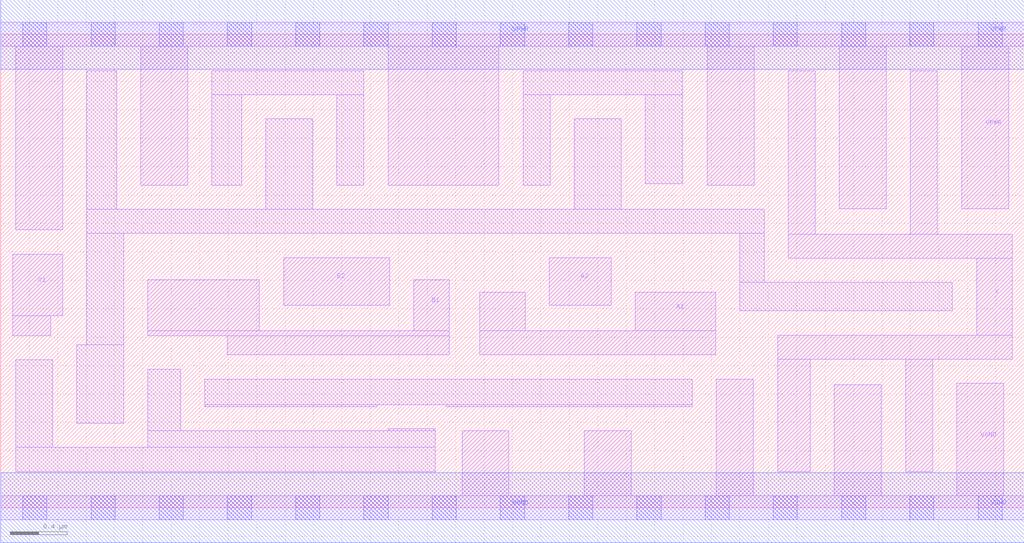
<source format=lef>
# Copyright 2020 The SkyWater PDK Authors
#
# Licensed under the Apache License, Version 2.0 (the "License");
# you may not use this file except in compliance with the License.
# You may obtain a copy of the License at
#
#     https://www.apache.org/licenses/LICENSE-2.0
#
# Unless required by applicable law or agreed to in writing, software
# distributed under the License is distributed on an "AS IS" BASIS,
# WITHOUT WARRANTIES OR CONDITIONS OF ANY KIND, either express or implied.
# See the License for the specific language governing permissions and
# limitations under the License.
#
# SPDX-License-Identifier: Apache-2.0

VERSION 5.7 ;
  NAMESCASESENSITIVE ON ;
  NOWIREEXTENSIONATPIN ON ;
  DIVIDERCHAR "/" ;
  BUSBITCHARS "[]" ;
UNITS
  DATABASE MICRONS 200 ;
END UNITS
MACRO sky130_fd_sc_lp__o221a_4
  CLASS CORE ;
  SOURCE USER ;
  FOREIGN sky130_fd_sc_lp__o221a_4 ;
  ORIGIN  0.000000  0.000000 ;
  SIZE  7.200000 BY  3.330000 ;
  SYMMETRY X Y R90 ;
  SITE unit ;
  PIN A1
    ANTENNAGATEAREA  0.630000 ;
    DIRECTION INPUT ;
    USE SIGNAL ;
    PORT
      LAYER li1 ;
        RECT 3.370000 1.075000 5.030000 1.245000 ;
        RECT 3.370000 1.245000 3.690000 1.515000 ;
        RECT 4.465000 1.245000 5.030000 1.515000 ;
    END
  END A1
  PIN A2
    ANTENNAGATEAREA  0.630000 ;
    DIRECTION INPUT ;
    USE SIGNAL ;
    PORT
      LAYER li1 ;
        RECT 3.860000 1.425000 4.295000 1.760000 ;
    END
  END A2
  PIN B1
    ANTENNAGATEAREA  0.630000 ;
    DIRECTION INPUT ;
    USE SIGNAL ;
    PORT
      LAYER li1 ;
        RECT 1.035000 1.210000 3.155000 1.245000 ;
        RECT 1.035000 1.245000 1.820000 1.605000 ;
        RECT 1.595000 1.075000 3.155000 1.210000 ;
        RECT 2.905000 1.245000 3.155000 1.605000 ;
    END
  END B1
  PIN B2
    ANTENNAGATEAREA  0.630000 ;
    DIRECTION INPUT ;
    USE SIGNAL ;
    PORT
      LAYER li1 ;
        RECT 1.990000 1.425000 2.735000 1.760000 ;
    END
  END B2
  PIN C1
    ANTENNAGATEAREA  0.630000 ;
    DIRECTION INPUT ;
    USE SIGNAL ;
    PORT
      LAYER li1 ;
        RECT 0.085000 1.210000 0.350000 1.350000 ;
        RECT 0.085000 1.350000 0.435000 1.785000 ;
    END
  END C1
  PIN X
    ANTENNADIFFAREA  1.176000 ;
    DIRECTION OUTPUT ;
    USE SIGNAL ;
    PORT
      LAYER li1 ;
        RECT 5.465000 0.255000 5.695000 1.045000 ;
        RECT 5.465000 1.045000 7.115000 1.215000 ;
        RECT 5.540000 1.755000 7.115000 1.925000 ;
        RECT 5.540000 1.925000 5.730000 3.075000 ;
        RECT 6.365000 0.255000 6.555000 1.045000 ;
        RECT 6.400000 1.925000 6.590000 3.075000 ;
        RECT 6.865000 1.215000 7.115000 1.755000 ;
    END
  END X
  PIN VGND
    DIRECTION INOUT ;
    USE GROUND ;
    PORT
      LAYER li1 ;
        RECT 0.000000 -0.085000 7.200000 0.085000 ;
        RECT 3.245000  0.085000 3.575000 0.540000 ;
        RECT 4.105000  0.085000 4.435000 0.540000 ;
        RECT 5.035000  0.085000 5.295000 0.905000 ;
        RECT 5.865000  0.085000 6.195000 0.865000 ;
        RECT 6.725000  0.085000 7.055000 0.875000 ;
      LAYER mcon ;
        RECT 0.155000 -0.085000 0.325000 0.085000 ;
        RECT 0.635000 -0.085000 0.805000 0.085000 ;
        RECT 1.115000 -0.085000 1.285000 0.085000 ;
        RECT 1.595000 -0.085000 1.765000 0.085000 ;
        RECT 2.075000 -0.085000 2.245000 0.085000 ;
        RECT 2.555000 -0.085000 2.725000 0.085000 ;
        RECT 3.035000 -0.085000 3.205000 0.085000 ;
        RECT 3.515000 -0.085000 3.685000 0.085000 ;
        RECT 3.995000 -0.085000 4.165000 0.085000 ;
        RECT 4.475000 -0.085000 4.645000 0.085000 ;
        RECT 4.955000 -0.085000 5.125000 0.085000 ;
        RECT 5.435000 -0.085000 5.605000 0.085000 ;
        RECT 5.915000 -0.085000 6.085000 0.085000 ;
        RECT 6.395000 -0.085000 6.565000 0.085000 ;
        RECT 6.875000 -0.085000 7.045000 0.085000 ;
      LAYER met1 ;
        RECT 0.000000 -0.245000 7.200000 0.245000 ;
    END
  END VGND
  PIN VPWR
    DIRECTION INOUT ;
    USE POWER ;
    PORT
      LAYER li1 ;
        RECT 0.000000 3.245000 7.200000 3.415000 ;
        RECT 0.105000 1.955000 0.435000 3.245000 ;
        RECT 0.985000 2.270000 1.315000 3.245000 ;
        RECT 2.725000 2.270000 3.505000 3.245000 ;
        RECT 4.970000 2.270000 5.300000 3.245000 ;
        RECT 5.900000 2.105000 6.230000 3.245000 ;
        RECT 6.760000 2.105000 7.090000 3.245000 ;
      LAYER mcon ;
        RECT 0.155000 3.245000 0.325000 3.415000 ;
        RECT 0.635000 3.245000 0.805000 3.415000 ;
        RECT 1.115000 3.245000 1.285000 3.415000 ;
        RECT 1.595000 3.245000 1.765000 3.415000 ;
        RECT 2.075000 3.245000 2.245000 3.415000 ;
        RECT 2.555000 3.245000 2.725000 3.415000 ;
        RECT 3.035000 3.245000 3.205000 3.415000 ;
        RECT 3.515000 3.245000 3.685000 3.415000 ;
        RECT 3.995000 3.245000 4.165000 3.415000 ;
        RECT 4.475000 3.245000 4.645000 3.415000 ;
        RECT 4.955000 3.245000 5.125000 3.415000 ;
        RECT 5.435000 3.245000 5.605000 3.415000 ;
        RECT 5.915000 3.245000 6.085000 3.415000 ;
        RECT 6.395000 3.245000 6.565000 3.415000 ;
        RECT 6.875000 3.245000 7.045000 3.415000 ;
      LAYER met1 ;
        RECT 0.000000 3.085000 7.200000 3.575000 ;
    END
  END VPWR
  OBS
    LAYER li1 ;
      RECT 0.105000 0.255000 3.055000 0.425000 ;
      RECT 0.105000 0.425000 0.365000 1.040000 ;
      RECT 0.535000 0.595000 0.865000 1.145000 ;
      RECT 0.605000 1.145000 0.865000 1.930000 ;
      RECT 0.605000 1.930000 5.370000 2.100000 ;
      RECT 0.605000 2.100000 0.815000 3.075000 ;
      RECT 1.035000 0.425000 3.055000 0.540000 ;
      RECT 1.035000 0.540000 1.265000 0.975000 ;
      RECT 1.435000 0.710000 2.645000 0.725000 ;
      RECT 1.435000 0.725000 4.865000 0.905000 ;
      RECT 1.485000 2.270000 1.695000 2.905000 ;
      RECT 1.485000 2.905000 2.555000 3.075000 ;
      RECT 1.865000 2.100000 2.195000 2.735000 ;
      RECT 2.365000 2.270000 2.555000 2.905000 ;
      RECT 2.725000 0.540000 3.055000 0.555000 ;
      RECT 3.135000 0.710000 4.865000 0.725000 ;
      RECT 3.675000 2.270000 3.865000 2.905000 ;
      RECT 3.675000 2.905000 4.795000 3.075000 ;
      RECT 4.035000 2.100000 4.365000 2.735000 ;
      RECT 4.535000 2.280000 4.795000 2.905000 ;
      RECT 5.200000 1.385000 6.695000 1.585000 ;
      RECT 5.200000 1.585000 5.370000 1.930000 ;
  END
END sky130_fd_sc_lp__o221a_4

</source>
